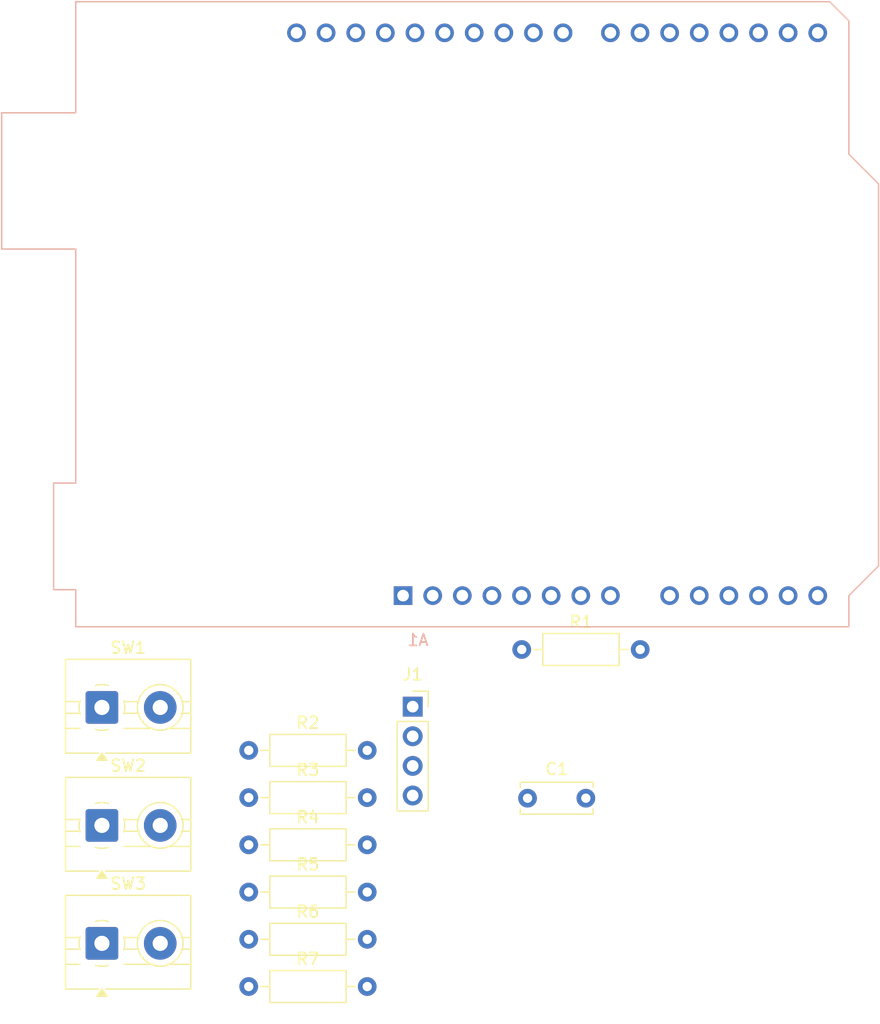
<source format=kicad_pcb>
(kicad_pcb (version 20241229) (generator "pcbnew") (generator_version "9.0")
  (layers (0 "F.Cu" signal) (2 "B.Cu" signal) (13 "F.Paste" user) (15 "B.Paste" user) (5 "F.SilkS" user "F.Silkscreen") (7 "B.SilkS" user "B.Silkscreen") (1 "F.Mask" user) (3 "B.Mask" user) (25 "Edge.Cuts" user))
  (net 0 "")
  (net 1 "ARM_D3")
  (net 4 "GND")
  (net 5 "STOP_D4")
  (net 11 "+12V")
  (net 15 "RST_D5")
  (net 23 "SDA")
  (net 24 "+5V")
  (net 27 "SCL")
  (net 28 "Net-(A1-D2)")
  (net 31 "RELAY_OUTPUT")
  (footprint "Resistor_THT:R_Axial_DIN0207_L6.3mm_D2.5mm_P10.16mm_Horizontal" (layer "F.Cu") (at 105.84 132.15)
    (property "Reference" "R7" (at 5.08 -2.37 0) (layer "F.SilkS"))
    (property "Value" "10K")
    (fp_line (start 1.04 0) (end 1.81 0) (stroke (width 0.12)) (layer "F.SilkS"))
    (fp_line (start 1.81 -1.37) (end 1.81 1.37) (stroke (width 0.12)) (layer "F.SilkS"))
    (fp_line (start 1.81 1.37) (end 8.35 1.37) (stroke (width 0.12)) (layer "F.SilkS"))
    (fp_line (start 8.35 -1.37) (end 1.81 -1.37) (stroke (width 0.12)) (layer "F.SilkS"))
    (fp_line (start 8.35 1.37) (end 8.35 -1.37) (stroke (width 0.12)) (layer "F.SilkS"))
    (fp_line (start 9.12 0) (end 8.35 0) (stroke (width 0.12)) (layer "F.SilkS"))
    (pad "1" thru_hole circle (at 0 0) (size 1.6 1.6) (drill 0.8) (layers "*.Cu" "*.Mask") (net 27 "SCL"))
    (pad "2" thru_hole oval (at 10.16 0) (size 1.6 1.6) (drill 0.8) (layers "*.Cu" "*.Mask") (net 24 "+5V"))
  )
  (footprint "Connector_PinSocket_2.54mm:PinSocket_1x04_P2.54mm_Vertical" (layer "F.Cu") (at 119.9 108.15)
    (property "Reference" "J1" (at 0 -2.77 0) (layer "F.SilkS"))
    (property "Value" "LCD I2C EXPANDER")
    (fp_line (start -1.33 1.27) (end -1.33 8.95) (stroke (width 0.12)) (layer "F.SilkS"))
    (fp_line (start -1.33 1.27) (end 1.33 1.27) (stroke (width 0.12)) (layer "F.SilkS"))
    (fp_line (start -1.33 8.95) (end 1.33 8.95) (stroke (width 0.12)) (layer "F.SilkS"))
    (fp_line (start 0 -1.33) (end 1.33 -1.33) (stroke (width 0.12)) (layer "F.SilkS"))
    (fp_line (start 1.33 -1.33) (end 1.33 0) (stroke (width 0.12)) (layer "F.SilkS"))
    (fp_line (start 1.33 1.27) (end 1.33 8.95) (stroke (width 0.12)) (layer "F.SilkS"))
    (pad "1" thru_hole rect (at 0 0) (size 1.7 1.7) (drill 1) (layers "*.Cu" "*.Mask") (net 4 "GND"))
    (pad "2" thru_hole oval (at 0 2.54) (size 1.7 1.7) (drill 1) (layers "*.Cu" "*.Mask") (net 24 "+5V"))
    (pad "3" thru_hole oval (at 0 5.08) (size 1.7 1.7) (drill 1) (layers "*.Cu" "*.Mask") (net 23 "SDA"))
    (pad "4" thru_hole oval (at 0 7.62) (size 1.7 1.7) (drill 1) (layers "*.Cu" "*.Mask") (net 27 "SCL"))
  )
  (footprint "TerminalBlock:TerminalBlock_MaiXu_MX126-5.0-02P_1x02_P5.00mm" (layer "F.Cu") (at 93.25 128.4475)
    (property "Reference" "SW3" (at 2.25 -5.12 0) (layer "F.SilkS"))
    (property "Value" "RESTART")
    (fp_line (start -3.12 -4.12) (end -3.12 3.92) (stroke (width 0.12)) (layer "F.SilkS"))
    (fp_line (start -3.12 -4.12) (end 7.62 -4.12) (stroke (width 0.12)) (layer "F.SilkS"))
    (fp_line (start -3.12 -0.5) (end -1.88 -0.5) (stroke (width 0.12)) (layer "F.SilkS"))
    (fp_line (start -3.12 0.5) (end -1.88 0.5) (stroke (width 0.12)) (layer "F.SilkS"))
    (fp_line (start -3.12 1.8) (end -1.88 1.8) (stroke (width 0.12)) (layer "F.SilkS"))
    (fp_line (start -3.12 3.92) (end -0.3 3.92) (stroke (width 0.12)) (layer "F.SilkS"))
    (fp_line (start 0.3 3.92) (end 7.62 3.92) (stroke (width 0.12)) (layer "F.SilkS"))
    (fp_line (start 1.88 -0.5) (end 3.188 -0.5) (stroke (width 0.12)) (layer "F.SilkS"))
    (fp_line (start 1.88 0.5) (end 3.188 0.5) (stroke (width 0.12)) (layer "F.SilkS"))
    (fp_line (start 1.88 1.8) (end 4.457 1.8) (stroke (width 0.12)) (layer "F.SilkS"))
    (fp_line (start 3.556 1.204) (end 3.513 1.247) (stroke (width 0.12)) (layer "F.SilkS"))
    (fp_line (start 3.795 1.443) (end 3.752 1.486) (stroke (width 0.12)) (layer "F.SilkS"))
    (fp_line (start 5.543 1.8) (end 7.62 1.8) (stroke (width 0.12)) (layer "F.SilkS"))
    (fp_line (start 6.247 -1.486) (end 6.204 -1.443) (stroke (width 0.12)) (layer "F.SilkS"))
    (fp_line (start 6.487 -1.247) (end 6.444 -1.204) (stroke (width 0.12)) (layer "F.SilkS"))
    (fp_line (start 6.812 -0.5) (end 7.62 -0.5) (stroke (width 0.12)) (layer "F.SilkS"))
    (fp_line (start 6.812 0.5) (end 7.62 0.5) (stroke (width 0.12)) (layer "F.SilkS"))
    (fp_line (start 7.62 -4.12) (end 7.62 3.92) (stroke (width 0.12)) (layer "F.SilkS"))
    (fp_arc (start -1.88 0.554) (mid -1.959928 -0.000246) (end -1.879861 -0.554472) (stroke (width 0.12)) (layer "F.SilkS"))
    (fp_arc (start -0.554 -1.88) (mid 0.000246 -1.959928) (end 0.554472 -1.879861) (stroke (width 0.12)) (layer "F.SilkS"))
    (fp_arc (start 0.554 1.88) (mid -0.000246 1.959928) (end -0.554472 1.879861) (stroke (width 0.12)) (layer "F.SilkS"))
    (fp_arc (start 1.88 -0.554) (mid 1.959928 0.000246) (end 1.879861 0.554472) (stroke (width 0.12)) (layer "F.SilkS"))
    (fp_circle (center 5 0) (end 6.96 0) (stroke (width 0.12)) (fill no) (layer "F.SilkS"))
    (fp_poly (pts (xy 0 3.92) (xy 0.44 4.53) (xy -0.44 4.53) (xy 0 3.92)) (stroke (width 0.12)) (fill yes) (layer "F.SilkS"))
    (pad "1" thru_hole roundrect (at 0 0) (size 2.8 2.8) (drill 1.3) (layers "*.Cu" "*.Mask") (roundrect_rratio 0.089286) (net 4 "GND"))
    (pad "2" thru_hole circle (at 5 0) (size 2.8 2.8) (drill 1.3) (layers "*.Cu" "*.Mask") (net 15 "RST_D5"))
  )
  (footprint "Capacitor_THT:C_Disc_D6.0mm_W2.5mm_P5.00mm" (layer "F.Cu") (at 129.75 116)
    (property "Reference" "C1" (at 2.5 -2.5 0) (layer "F.SilkS"))
    (property "Value" "100nF")
    (fp_line (start -0.62 -1.37) (end -0.62 -0.925) (stroke (width 0.12)) (layer "F.SilkS"))
    (fp_line (start -0.62 -1.37) (end 5.62 -1.37) (stroke (width 0.12)) (layer "F.SilkS"))
    (fp_line (start -0.62 0.925) (end -0.62 1.37) (stroke (width 0.12)) (layer "F.SilkS"))
    (fp_line (start -0.62 1.37) (end 5.62 1.37) (stroke (width 0.12)) (layer "F.SilkS"))
    (fp_line (start 5.62 -1.37) (end 5.62 -0.925) (stroke (width 0.12)) (layer "F.SilkS"))
    (fp_line (start 5.62 0.925) (end 5.62 1.37) (stroke (width 0.12)) (layer "F.SilkS"))
    (pad "1" thru_hole circle (at 0 0) (size 1.6 1.6) (drill 0.8) (layers "*.Cu" "*.Mask") (net 28 "Net-(A1-D2)"))
    (pad "2" thru_hole circle (at 5 0) (size 1.6 1.6) (drill 0.8) (layers "*.Cu" "*.Mask") (net 4 "GND"))
  )
  (footprint "TerminalBlock:TerminalBlock_MaiXu_MX126-5.0-02P_1x02_P5.00mm" (layer "F.Cu") (at 93.25 118.3325)
    (property "Reference" "SW2" (at 2.25 -5.12 0) (layer "F.SilkS"))
    (property "Value" "STOP")
    (fp_line (start -3.12 -4.12) (end -3.12 3.92) (stroke (width 0.12)) (layer "F.SilkS"))
    (fp_line (start -3.12 -4.12) (end 7.62 -4.12) (stroke (width 0.12)) (layer "F.SilkS"))
    (fp_line (start -3.12 -0.5) (end -1.88 -0.5) (stroke (width 0.12)) (layer "F.SilkS"))
    (fp_line (start -3.12 0.5) (end -1.88 0.5) (stroke (width 0.12)) (layer "F.SilkS"))
    (fp_line (start -3.12 1.8) (end -1.88 1.8) (stroke (width 0.12)) (layer "F.SilkS"))
    (fp_line (start -3.12 3.92) (end -0.3 3.92) (stroke (width 0.12)) (layer "F.SilkS"))
    (fp_line (start 0.3 3.92) (end 7.62 3.92) (stroke (width 0.12)) (layer "F.SilkS"))
    (fp_line (start 1.88 -0.5) (end 3.188 -0.5) (stroke (width 0.12)) (layer "F.SilkS"))
    (fp_line (start 1.88 0.5) (end 3.188 0.5) (stroke (width 0.12)) (layer "F.SilkS"))
    (fp_line (start 1.88 1.8) (end 4.457 1.8) (stroke (width 0.12)) (layer "F.SilkS"))
    (fp_line (start 3.556 1.204) (end 3.513 1.247) (stroke (width 0.12)) (layer "F.SilkS"))
    (fp_line (start 3.795 1.443) (end 3.752 1.486) (stroke (width 0.12)) (layer "F.SilkS"))
    (fp_line (start 5.543 1.8) (end 7.62 1.8) (stroke (width 0.12)) (layer "F.SilkS"))
    (fp_line (start 6.247 -1.486) (end 6.204 -1.443) (stroke (width 0.12)) (layer "F.SilkS"))
    (fp_line (start 6.487 -1.247) (end 6.444 -1.204) (stroke (width 0.12)) (layer "F.SilkS"))
    (fp_line (start 6.812 -0.5) (end 7.62 -0.5) (stroke (width 0.12)) (layer "F.SilkS"))
    (fp_line (start 6.812 0.5) (end 7.62 0.5) (stroke (width 0.12)) (layer "F.SilkS"))
    (fp_line (start 7.62 -4.12) (end 7.62 3.92) (stroke (width 0.12)) (layer "F.SilkS"))
    (fp_arc (start -1.88 0.554) (mid -1.959928 -0.000246) (end -1.879861 -0.554472) (stroke (width 0.12)) (layer "F.SilkS"))
    (fp_arc (start -0.554 -1.88) (mid 0.000246 -1.959928) (end 0.554472 -1.879861) (stroke (width 0.12)) (layer "F.SilkS"))
    (fp_arc (start 0.554 1.88) (mid -0.000246 1.959928) (end -0.554472 1.879861) (stroke (width 0.12)) (layer "F.SilkS"))
    (fp_arc (start 1.88 -0.554) (mid 1.959928 0.000246) (end 1.879861 0.554472) (stroke (width 0.12)) (layer "F.SilkS"))
    (fp_circle (center 5 0) (end 6.96 0) (stroke (width 0.12)) (fill no) (layer "F.SilkS"))
    (fp_poly (pts (xy 0 3.92) (xy 0.44 4.53) (xy -0.44 4.53) (xy 0 3.92)) (stroke (width 0.12)) (fill yes) (layer "F.SilkS"))
    (pad "1" thru_hole roundrect (at 0 0) (size 2.8 2.8) (drill 1.3) (layers "*.Cu" "*.Mask") (roundrect_rratio 0.089286) (net 4 "GND"))
    (pad "2" thru_hole circle (at 5 0) (size 2.8 2.8) (drill 1.3) (layers "*.Cu" "*.Mask") (net 5 "STOP_D4"))
  )
  (footprint "Resistor_THT:R_Axial_DIN0207_L6.3mm_D2.5mm_P10.16mm_Horizontal" (layer "F.Cu") (at 105.84 128.1)
    (property "Reference" "R6" (at 5.08 -2.37 0) (layer "F.SilkS"))
    (property "Value" "10K")
    (fp_line (start 1.04 0) (end 1.81 0) (stroke (width 0.12)) (layer "F.SilkS"))
    (fp_line (start 1.81 -1.37) (end 1.81 1.37) (stroke (width 0.12)) (layer "F.SilkS"))
    (fp_line (start 1.81 1.37) (end 8.35 1.37) (stroke (width 0.12)) (layer "F.SilkS"))
    (fp_line (start 8.35 -1.37) (end 1.81 -1.37) (stroke (width 0.12)) (layer "F.SilkS"))
    (fp_line (start 8.35 1.37) (end 8.35 -1.37) (stroke (width 0.12)) (layer "F.SilkS"))
    (fp_line (start 9.12 0) (end 8.35 0) (stroke (width 0.12)) (layer "F.SilkS"))
    (pad "1" thru_hole circle (at 0 0) (size 1.6 1.6) (drill 0.8) (layers "*.Cu" "*.Mask") (net 24 "+5V"))
    (pad "2" thru_hole oval (at 10.16 0) (size 1.6 1.6) (drill 0.8) (layers "*.Cu" "*.Mask") (net 23 "SDA"))
  )
  (footprint "Resistor_THT:R_Axial_DIN0207_L6.3mm_D2.5mm_P10.16mm_Horizontal" (layer "F.Cu") (at 105.84 111.9)
    (property "Reference" "R2" (at 5.08 -2.37 0) (layer "F.SilkS"))
    (property "Value" "10K")
    (fp_line (start 1.04 0) (end 1.81 0) (stroke (width 0.12)) (layer "F.SilkS"))
    (fp_line (start 1.81 -1.37) (end 1.81 1.37) (stroke (width 0.12)) (layer "F.SilkS"))
    (fp_line (start 1.81 1.37) (end 8.35 1.37) (stroke (width 0.12)) (layer "F.SilkS"))
    (fp_line (start 8.35 -1.37) (end 1.81 -1.37) (stroke (width 0.12)) (layer "F.SilkS"))
    (fp_line (start 8.35 1.37) (end 8.35 -1.37) (stroke (width 0.12)) (layer "F.SilkS"))
    (fp_line (start 9.12 0) (end 8.35 0) (stroke (width 0.12)) (layer "F.SilkS"))
    (pad "1" thru_hole circle (at 0 0) (size 1.6 1.6) (drill 0.8) (layers "*.Cu" "*.Mask") (net 24 "+5V"))
    (pad "2" thru_hole oval (at 10.16 0) (size 1.6 1.6) (drill 0.8) (layers "*.Cu" "*.Mask") (net 5 "STOP_D4"))
  )
  (footprint "Resistor_THT:R_Axial_DIN0207_L6.3mm_D2.5mm_P10.16mm_Horizontal" (layer "F.Cu") (at 105.84 120)
    (property "Reference" "R4" (at 5.08 -2.37 0) (layer "F.SilkS"))
    (property "Value" "1k")
    (fp_line (start 1.04 0) (end 1.81 0) (stroke (width 0.12)) (layer "F.SilkS"))
    (fp_line (start 1.81 -1.37) (end 1.81 1.37) (stroke (width 0.12)) (layer "F.SilkS"))
    (fp_line (start 1.81 1.37) (end 8.35 1.37) (stroke (width 0.12)) (layer "F.SilkS"))
    (fp_line (start 8.35 -1.37) (end 1.81 -1.37) (stroke (width 0.12)) (layer "F.SilkS"))
    (fp_line (start 8.35 1.37) (end 8.35 -1.37) (stroke (width 0.12)) (layer "F.SilkS"))
    (fp_line (start 9.12 0) (end 8.35 0) (stroke (width 0.12)) (layer "F.SilkS"))
    (pad "1" thru_hole circle (at 0 0) (size 1.6 1.6) (drill 0.8) (layers "*.Cu" "*.Mask") (net 28 "Net-(A1-D2)"))
    (pad "2" thru_hole oval (at 10.16 0) (size 1.6 1.6) (drill 0.8) (layers "*.Cu" "*.Mask") (net 31 "RELAY_OUTPUT"))
  )
  (footprint "Resistor_THT:R_Axial_DIN0207_L6.3mm_D2.5mm_P10.16mm_Horizontal" (layer "F.Cu") (at 129.25 103.25)
    (property "Reference" "R1" (at 5.08 -2.37 0) (layer "F.SilkS"))
    (property "Value" "10K")
    (fp_line (start 1.04 0) (end 1.81 0) (stroke (width 0.12)) (layer "F.SilkS"))
    (fp_line (start 1.81 -1.37) (end 1.81 1.37) (stroke (width 0.12)) (layer "F.SilkS"))
    (fp_line (start 1.81 1.37) (end 8.35 1.37) (stroke (width 0.12)) (layer "F.SilkS"))
    (fp_line (start 8.35 -1.37) (end 1.81 -1.37) (stroke (width 0.12)) (layer "F.SilkS"))
    (fp_line (start 8.35 1.37) (end 8.35 -1.37) (stroke (width 0.12)) (layer "F.SilkS"))
    (fp_line (start 9.12 0) (end 8.35 0) (stroke (width 0.12)) (layer "F.SilkS"))
    (pad "1" thru_hole circle (at 0 0) (size 1.6 1.6) (drill 0.8) (layers "*.Cu" "*.Mask") (net 24 "+5V"))
    (pad "2" thru_hole oval (at 10.16 0) (size 1.6 1.6) (drill 0.8) (layers "*.Cu" "*.Mask") (net 1 "ARM_D3"))
  )
  (footprint "Resistor_THT:R_Axial_DIN0207_L6.3mm_D2.5mm_P10.16mm_Horizontal" (layer "F.Cu") (at 105.84 124.05)
    (property "Reference" "R5" (at 5.08 -2.37 0) (layer "F.SilkS"))
    (property "Value" "10k")
    (fp_line (start 1.04 0) (end 1.81 0) (stroke (width 0.12)) (layer "F.SilkS"))
    (fp_line (start 1.81 -1.37) (end 1.81 1.37) (stroke (width 0.12)) (layer "F.SilkS"))
    (fp_line (start 1.81 1.37) (end 8.35 1.37) (stroke (width 0.12)) (layer "F.SilkS"))
    (fp_line (start 8.35 -1.37) (end 1.81 -1.37) (stroke (width 0.12)) (layer "F.SilkS"))
    (fp_line (start 8.35 1.37) (end 8.35 -1.37) (stroke (width 0.12)) (layer "F.SilkS"))
    (fp_line (start 9.12 0) (end 8.35 0) (stroke (width 0.12)) (layer "F.SilkS"))
    (pad "1" thru_hole circle (at 0 0) (size 1.6 1.6) (drill 0.8) (layers "*.Cu" "*.Mask") (net 28 "Net-(A1-D2)"))
    (pad "2" thru_hole oval (at 10.16 0) (size 1.6 1.6) (drill 0.8) (layers "*.Cu" "*.Mask") (net 24 "+5V"))
  )
  (footprint "Resistor_THT:R_Axial_DIN0207_L6.3mm_D2.5mm_P10.16mm_Horizontal" (layer "F.Cu") (at 105.84 115.95)
    (property "Reference" "R3" (at 5.08 -2.37 0) (layer "F.SilkS"))
    (property "Value" "10K")
    (fp_line (start 1.04 0) (end 1.81 0) (stroke (width 0.12)) (layer "F.SilkS"))
    (fp_line (start 1.81 -1.37) (end 1.81 1.37) (stroke (width 0.12)) (layer "F.SilkS"))
    (fp_line (start 1.81 1.37) (end 8.35 1.37) (stroke (width 0.12)) (layer "F.SilkS"))
    (fp_line (start 8.35 -1.37) (end 1.81 -1.37) (stroke (width 0.12)) (layer "F.SilkS"))
    (fp_line (start 8.35 1.37) (end 8.35 -1.37) (stroke (width 0.12)) (layer "F.SilkS"))
    (fp_line (start 9.12 0) (end 8.35 0) (stroke (width 0.12)) (layer "F.SilkS"))
    (pad "1" thru_hole circle (at 0 0) (size 1.6 1.6) (drill 0.8) (layers "*.Cu" "*.Mask") (net 24 "+5V"))
    (pad "2" thru_hole oval (at 10.16 0) (size 1.6 1.6) (drill 0.8) (layers "*.Cu" "*.Mask") (net 15 "RST_D5"))
  )
  (footprint "TerminalBlock:TerminalBlock_MaiXu_MX126-5.0-02P_1x02_P5.00mm" (layer "F.Cu") (at 93.25 108.2175)
    (property "Reference" "SW1" (at 2.25 -5.12 0) (layer "F.SilkS"))
    (property "Value" "ARM")
    (fp_line (start -3.12 -4.12) (end -3.12 3.92) (stroke (width 0.12)) (layer "F.SilkS"))
    (fp_line (start -3.12 -4.12) (end 7.62 -4.12) (stroke (width 0.12)) (layer "F.SilkS"))
    (fp_line (start -3.12 -0.5) (end -1.88 -0.5) (stroke (width 0.12)) (layer "F.SilkS"))
    (fp_line (start -3.12 0.5) (end -1.88 0.5) (stroke (width 0.12)) (layer "F.SilkS"))
    (fp_line (start -3.12 1.8) (end -1.88 1.8) (stroke (width 0.12)) (layer "F.SilkS"))
    (fp_line (start -3.12 3.92) (end -0.3 3.92) (stroke (width 0.12)) (layer "F.SilkS"))
    (fp_line (start 0.3 3.92) (end 7.62 3.92) (stroke (width 0.12)) (layer "F.SilkS"))
    (fp_line (start 1.88 -0.5) (end 3.188 -0.5) (stroke (width 0.12)) (layer "F.SilkS"))
    (fp_line (start 1.88 0.5) (end 3.188 0.5) (stroke (width 0.12)) (layer "F.SilkS"))
    (fp_line (start 1.88 1.8) (end 4.457 1.8) (stroke (width 0.12)) (layer "F.SilkS"))
    (fp_line (start 3.556 1.204) (end 3.513 1.247) (stroke (width 0.12)) (layer "F.SilkS"))
    (fp_line (start 3.795 1.443) (end 3.752 1.486) (stroke (width 0.12)) (layer "F.SilkS"))
    (fp_line (start 5.543 1.8) (end 7.62 1.8) (stroke (width 0.12)) (layer "F.SilkS"))
    (fp_line (start 6.247 -1.486) (end 6.204 -1.443) (stroke (width 0.12)) (layer "F.SilkS"))
    (fp_line (start 6.487 -1.247) (end 6.444 -1.204) (stroke (width 0.12)) (layer "F.SilkS"))
    (fp_line (start 6.812 -0.5) (end 7.62 -0.5) (stroke (width 0.12)) (layer "F.SilkS"))
    (fp_line (start 6.812 0.5) (end 7.62 0.5) (stroke (width 0.12)) (layer "F.SilkS"))
    (fp_line (start 7.62 -4.12) (end 7.62 3.92) (stroke (width 0.12)) (layer "F.SilkS"))
    (fp_arc (start -1.88 0.554) (mid -1.959928 -0.000246) (end -1.879861 -0.554472) (stroke (width 0.12)) (layer "F.SilkS"))
    (fp_arc (start -0.554 -1.88) (mid 0.000246 -1.959928) (end 0.554472 -1.879861) (stroke (width 0.12)) (layer "F.SilkS"))
    (fp_arc (start 0.554 1.88) (mid -0.000246 1.959928) (end -0.554472 1.879861) (stroke (width 0.12)) (layer "F.SilkS"))
    (fp_arc (start 1.88 -0.554) (mid 1.959928 0.000246) (end 1.879861 0.554472) (stroke (width 0.12)) (layer "F.SilkS"))
    (fp_circle (center 5 0) (end 6.96 0) (stroke (width 0.12)) (fill no) (layer "F.SilkS"))
    (fp_poly (pts (xy 0 3.92) (xy 0.44 4.53) (xy -0.44 4.53) (xy 0 3.92)) (stroke (width 0.12)) (fill yes) (layer "F.SilkS"))
    (pad "1" thru_hole roundrect (at 0 0) (size 2.8 2.8) (drill 1.3) (layers "*.Cu" "*.Mask") (roundrect_rratio 0.089286) (net 4 "GND"))
    (pad "2" thru_hole circle (at 5 0) (size 2.8 2.8) (drill 1.3) (layers "*.Cu" "*.Mask") (net 1 "ARM_D3"))
  )
  (footprint "Module:Arduino_UNO_R3" (layer "B.Cu") (at 119.075 98.63)
    (property "Reference" "A1" (at 1.27 3.81 0) (layer "B.SilkS") (effects (justify mirror)))
    (property "Value" "Arduino_UNO_R3")
    (fp_line (start -34.42 -41.4) (end -28.07 -41.4) (stroke (width 0.12)) (layer "B.SilkS"))
    (fp_line (start -34.42 -29.72) (end -34.42 -41.4) (stroke (width 0.12)) (layer "B.SilkS"))
    (fp_line (start -29.97 -9.65) (end -28.07 -9.65) (stroke (width 0.12)) (layer "B.SilkS"))
    (fp_line (start -29.97 -0.51) (end -29.97 -9.65) (stroke (width 0.12)) (layer "B.SilkS"))
    (fp_line (start -28.07 -50.93) (end 36.58 -50.93) (stroke (width 0.12)) (layer "B.SilkS"))
    (fp_line (start -28.07 -41.4) (end -28.07 -50.93) (stroke (width 0.12)) (layer "B.SilkS"))
    (fp_line (start -28.07 -29.72) (end -34.42 -29.72) (stroke (width 0.12)) (layer "B.SilkS"))
    (fp_line (start -28.07 -9.65) (end -28.07 -29.72) (stroke (width 0.12)) (layer "B.SilkS"))
    (fp_line (start -28.07 -0.51) (end -29.97 -0.51) (stroke (width 0.12)) (layer "B.SilkS"))
    (fp_line (start -28.07 2.67) (end -28.07 -0.51) (stroke (width 0.12)) (layer "B.SilkS"))
    (fp_line (start 36.58 -50.93) (end 38.23 -49.28) (stroke (width 0.12)) (layer "B.SilkS"))
    (fp_line (start 38.23 -49.28) (end 38.23 -37.85) (stroke (width 0.12)) (layer "B.SilkS"))
    (fp_line (start 38.23 -37.85) (end 40.77 -35.31) (stroke (width 0.12)) (layer "B.SilkS"))
    (fp_line (start 38.23 0) (end 38.23 2.67) (stroke (width 0.12)) (layer "B.SilkS"))
    (fp_line (start 38.23 2.67) (end -28.07 2.67) (stroke (width 0.12)) (layer "B.SilkS"))
    (fp_line (start 40.77 -35.31) (end 40.77 -2.54) (stroke (width 0.12)) (layer "B.SilkS"))
    (fp_line (start 40.77 -2.54) (end 38.23 0) (stroke (width 0.12)) (layer "B.SilkS"))
    (pad "1" thru_hole rect (at 0 0 270) (size 1.6 1.6) (drill 1) (layers "*.Cu" "*.Mask"))
    (pad "2" thru_hole oval (at 2.54 0 270) (size 1.6 1.6) (drill 1) (layers "*.Cu" "*.Mask"))
    (pad "3" thru_hole oval (at 5.08 0 270) (size 1.6 1.6) (drill 1) (layers "*.Cu" "*.Mask"))
    (pad "4" thru_hole oval (at 7.62 0 270) (size 1.6 1.6) (drill 1) (layers "*.Cu" "*.Mask"))
    (pad "5" thru_hole oval (at 10.16 0 270) (size 1.6 1.6) (drill 1) (layers "*.Cu" "*.Mask") (net 24 "+5V"))
    (pad "6" thru_hole oval (at 12.7 0 270) (size 1.6 1.6) (drill 1) (layers "*.Cu" "*.Mask") (net 4 "GND"))
    (pad "7" thru_hole oval (at 15.24 0 270) (size 1.6 1.6) (drill 1) (layers "*.Cu" "*.Mask") (net 4 "GND"))
    (pad "8" thru_hole oval (at 17.78 0 270) (size 1.6 1.6) (drill 1) (layers "*.Cu" "*.Mask") (net 11 "+12V"))
    (pad "9" thru_hole oval (at 22.86 0 270) (size 1.6 1.6) (drill 1) (layers "*.Cu" "*.Mask"))
    (pad "10" thru_hole oval (at 25.4 0 270) (size 1.6 1.6) (drill 1) (layers "*.Cu" "*.Mask"))
    (pad "11" thru_hole oval (at 27.94 0 270) (size 1.6 1.6) (drill 1) (layers "*.Cu" "*.Mask"))
    (pad "12" thru_hole oval (at 30.48 0 270) (size 1.6 1.6) (drill 1) (layers "*.Cu" "*.Mask"))
    (pad "13" thru_hole oval (at 33.02 0 270) (size 1.6 1.6) (drill 1) (layers "*.Cu" "*.Mask"))
    (pad "14" thru_hole oval (at 35.56 0 270) (size 1.6 1.6) (drill 1) (layers "*.Cu" "*.Mask"))
    (pad "15" thru_hole oval (at 35.56 -48.26 270) (size 1.6 1.6) (drill 1) (layers "*.Cu" "*.Mask"))
    (pad "16" thru_hole oval (at 33.02 -48.26 270) (size 1.6 1.6) (drill 1) (layers "*.Cu" "*.Mask"))
    (pad "17" thru_hole oval (at 30.48 -48.26 270) (size 1.6 1.6) (drill 1) (layers "*.Cu" "*.Mask") (net 28 "Net-(A1-D2)"))
    (pad "18" thru_hole oval (at 27.94 -48.26 270) (size 1.6 1.6) (drill 1) (layers "*.Cu" "*.Mask") (net 1 "ARM_D3"))
    (pad "19" thru_hole oval (at 25.4 -48.26 270) (size 1.6 1.6) (drill 1) (layers "*.Cu" "*.Mask") (net 5 "STOP_D4"))
    (pad "20" thru_hole oval (at 22.86 -48.26 270) (size 1.6 1.6) (drill 1) (layers "*.Cu" "*.Mask") (net 15 "RST_D5"))
    (pad "21" thru_hole oval (at 20.32 -48.26 270) (size 1.6 1.6) (drill 1) (layers "*.Cu" "*.Mask"))
    (pad "22" thru_hole oval (at 17.78 -48.26 270) (size 1.6 1.6) (drill 1) (layers "*.Cu" "*.Mask"))
    (pad "23" thru_hole oval (at 13.72 -48.26 270) (size 1.6 1.6) (drill 1) (layers "*.Cu" "*.Mask"))
    (pad "24" thru_hole oval (at 11.18 -48.26 270) (size 1.6 1.6) (drill 1) (layers "*.Cu" "*.Mask"))
    (pad "25" thru_hole oval (at 8.64 -48.26 270) (size 1.6 1.6) (drill 1) (layers "*.Cu" "*.Mask"))
    (pad "26" thru_hole oval (at 6.1 -48.26 270) (size 1.6 1.6) (drill 1) (layers "*.Cu" "*.Mask"))
    (pad "27" thru_hole oval (at 3.56 -48.26 270) (size 1.6 1.6) (drill 1) (layers "*.Cu" "*.Mask"))
    (pad "28" thru_hole oval (at 1.02 -48.26 270) (size 1.6 1.6) (drill 1) (layers "*.Cu" "*.Mask"))
    (pad "29" thru_hole oval (at -1.52 -48.26 270) (size 1.6 1.6) (drill 1) (layers "*.Cu" "*.Mask") (net 4 "GND"))
    (pad "30" thru_hole oval (at -4.06 -48.26 270) (size 1.6 1.6) (drill 1) (layers "*.Cu" "*.Mask"))
    (pad "31" thru_hole oval (at -6.6 -48.26 270) (size 1.6 1.6) (drill 1) (layers "*.Cu" "*.Mask") (net 23 "SDA"))
    (pad "32" thru_hole oval (at -9.14 -48.26 270) (size 1.6 1.6) (drill 1) (layers "*.Cu" "*.Mask") (net 27 "SCL"))
  )
)
</source>
